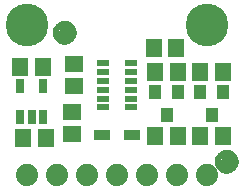
<source format=gbr>
G04 EAGLE Gerber RS-274X export*
G75*
%MOMM*%
%FSLAX34Y34*%
%LPD*%
%INSoldermask Top*%
%IPPOS*%
%AMOC8*
5,1,8,0,0,1.08239X$1,22.5*%
G01*
%ADD10R,1.101600X0.601600*%
%ADD11R,1.601600X1.401600*%
%ADD12R,1.401600X1.601600*%
%ADD13R,1.101600X1.301600*%
%ADD14R,0.651600X1.301600*%
%ADD15C,1.101600*%
%ADD16C,0.500000*%
%ADD17C,3.617600*%
%ADD18C,1.879600*%
%ADD19R,1.451600X0.901600*%


D10*
X113600Y82850D03*
X113600Y90350D03*
X113600Y97850D03*
X113600Y105350D03*
X113600Y112850D03*
X113600Y120350D03*
X89600Y120350D03*
X89600Y112850D03*
X89600Y105350D03*
X89600Y97850D03*
X89600Y90350D03*
X89600Y82850D03*
D11*
X63500Y79350D03*
X63500Y60350D03*
X64770Y119990D03*
X64770Y100990D03*
D12*
X134010Y58420D03*
X153010Y58420D03*
X191110Y58420D03*
X172110Y58420D03*
X151740Y133350D03*
X132740Y133350D03*
X19710Y116840D03*
X38710Y116840D03*
D13*
X143510Y76360D03*
X134010Y96360D03*
X153010Y96360D03*
X181610Y76360D03*
X172110Y96360D03*
X191110Y96360D03*
D12*
X172110Y113030D03*
X191110Y113030D03*
X134010Y113030D03*
X153010Y113030D03*
D14*
X19710Y74629D03*
X29210Y74629D03*
X38710Y74629D03*
X38710Y100631D03*
X19710Y100631D03*
D12*
X22250Y57150D03*
X41250Y57150D03*
D15*
X57150Y146050D03*
D16*
X57150Y153550D02*
X56969Y153548D01*
X56788Y153541D01*
X56607Y153530D01*
X56426Y153515D01*
X56246Y153495D01*
X56066Y153471D01*
X55887Y153443D01*
X55709Y153410D01*
X55532Y153373D01*
X55355Y153332D01*
X55180Y153287D01*
X55005Y153237D01*
X54832Y153183D01*
X54661Y153125D01*
X54490Y153063D01*
X54322Y152996D01*
X54155Y152926D01*
X53989Y152852D01*
X53826Y152773D01*
X53665Y152691D01*
X53505Y152605D01*
X53348Y152515D01*
X53193Y152421D01*
X53040Y152324D01*
X52890Y152222D01*
X52742Y152118D01*
X52596Y152009D01*
X52454Y151898D01*
X52314Y151782D01*
X52177Y151664D01*
X52042Y151542D01*
X51911Y151417D01*
X51783Y151289D01*
X51658Y151158D01*
X51536Y151023D01*
X51418Y150886D01*
X51302Y150746D01*
X51191Y150604D01*
X51082Y150458D01*
X50978Y150310D01*
X50876Y150160D01*
X50779Y150007D01*
X50685Y149852D01*
X50595Y149695D01*
X50509Y149535D01*
X50427Y149374D01*
X50348Y149211D01*
X50274Y149045D01*
X50204Y148878D01*
X50137Y148710D01*
X50075Y148539D01*
X50017Y148368D01*
X49963Y148195D01*
X49913Y148020D01*
X49868Y147845D01*
X49827Y147668D01*
X49790Y147491D01*
X49757Y147313D01*
X49729Y147134D01*
X49705Y146954D01*
X49685Y146774D01*
X49670Y146593D01*
X49659Y146412D01*
X49652Y146231D01*
X49650Y146050D01*
X57150Y153550D02*
X57331Y153548D01*
X57512Y153541D01*
X57693Y153530D01*
X57874Y153515D01*
X58054Y153495D01*
X58234Y153471D01*
X58413Y153443D01*
X58591Y153410D01*
X58768Y153373D01*
X58945Y153332D01*
X59120Y153287D01*
X59295Y153237D01*
X59468Y153183D01*
X59639Y153125D01*
X59810Y153063D01*
X59978Y152996D01*
X60145Y152926D01*
X60311Y152852D01*
X60474Y152773D01*
X60635Y152691D01*
X60795Y152605D01*
X60952Y152515D01*
X61107Y152421D01*
X61260Y152324D01*
X61410Y152222D01*
X61558Y152118D01*
X61704Y152009D01*
X61846Y151898D01*
X61986Y151782D01*
X62123Y151664D01*
X62258Y151542D01*
X62389Y151417D01*
X62517Y151289D01*
X62642Y151158D01*
X62764Y151023D01*
X62882Y150886D01*
X62998Y150746D01*
X63109Y150604D01*
X63218Y150458D01*
X63322Y150310D01*
X63424Y150160D01*
X63521Y150007D01*
X63615Y149852D01*
X63705Y149695D01*
X63791Y149535D01*
X63873Y149374D01*
X63952Y149211D01*
X64026Y149045D01*
X64096Y148878D01*
X64163Y148710D01*
X64225Y148539D01*
X64283Y148368D01*
X64337Y148195D01*
X64387Y148020D01*
X64432Y147845D01*
X64473Y147668D01*
X64510Y147491D01*
X64543Y147313D01*
X64571Y147134D01*
X64595Y146954D01*
X64615Y146774D01*
X64630Y146593D01*
X64641Y146412D01*
X64648Y146231D01*
X64650Y146050D01*
X64648Y145869D01*
X64641Y145688D01*
X64630Y145507D01*
X64615Y145326D01*
X64595Y145146D01*
X64571Y144966D01*
X64543Y144787D01*
X64510Y144609D01*
X64473Y144432D01*
X64432Y144255D01*
X64387Y144080D01*
X64337Y143905D01*
X64283Y143732D01*
X64225Y143561D01*
X64163Y143390D01*
X64096Y143222D01*
X64026Y143055D01*
X63952Y142889D01*
X63873Y142726D01*
X63791Y142565D01*
X63705Y142405D01*
X63615Y142248D01*
X63521Y142093D01*
X63424Y141940D01*
X63322Y141790D01*
X63218Y141642D01*
X63109Y141496D01*
X62998Y141354D01*
X62882Y141214D01*
X62764Y141077D01*
X62642Y140942D01*
X62517Y140811D01*
X62389Y140683D01*
X62258Y140558D01*
X62123Y140436D01*
X61986Y140318D01*
X61846Y140202D01*
X61704Y140091D01*
X61558Y139982D01*
X61410Y139878D01*
X61260Y139776D01*
X61107Y139679D01*
X60952Y139585D01*
X60795Y139495D01*
X60635Y139409D01*
X60474Y139327D01*
X60311Y139248D01*
X60145Y139174D01*
X59978Y139104D01*
X59810Y139037D01*
X59639Y138975D01*
X59468Y138917D01*
X59295Y138863D01*
X59120Y138813D01*
X58945Y138768D01*
X58768Y138727D01*
X58591Y138690D01*
X58413Y138657D01*
X58234Y138629D01*
X58054Y138605D01*
X57874Y138585D01*
X57693Y138570D01*
X57512Y138559D01*
X57331Y138552D01*
X57150Y138550D01*
X56969Y138552D01*
X56788Y138559D01*
X56607Y138570D01*
X56426Y138585D01*
X56246Y138605D01*
X56066Y138629D01*
X55887Y138657D01*
X55709Y138690D01*
X55532Y138727D01*
X55355Y138768D01*
X55180Y138813D01*
X55005Y138863D01*
X54832Y138917D01*
X54661Y138975D01*
X54490Y139037D01*
X54322Y139104D01*
X54155Y139174D01*
X53989Y139248D01*
X53826Y139327D01*
X53665Y139409D01*
X53505Y139495D01*
X53348Y139585D01*
X53193Y139679D01*
X53040Y139776D01*
X52890Y139878D01*
X52742Y139982D01*
X52596Y140091D01*
X52454Y140202D01*
X52314Y140318D01*
X52177Y140436D01*
X52042Y140558D01*
X51911Y140683D01*
X51783Y140811D01*
X51658Y140942D01*
X51536Y141077D01*
X51418Y141214D01*
X51302Y141354D01*
X51191Y141496D01*
X51082Y141642D01*
X50978Y141790D01*
X50876Y141940D01*
X50779Y142093D01*
X50685Y142248D01*
X50595Y142405D01*
X50509Y142565D01*
X50427Y142726D01*
X50348Y142889D01*
X50274Y143055D01*
X50204Y143222D01*
X50137Y143390D01*
X50075Y143561D01*
X50017Y143732D01*
X49963Y143905D01*
X49913Y144080D01*
X49868Y144255D01*
X49827Y144432D01*
X49790Y144609D01*
X49757Y144787D01*
X49729Y144966D01*
X49705Y145146D01*
X49685Y145326D01*
X49670Y145507D01*
X49659Y145688D01*
X49652Y145869D01*
X49650Y146050D01*
D15*
X194310Y36830D03*
D16*
X194310Y44330D02*
X194129Y44328D01*
X193948Y44321D01*
X193767Y44310D01*
X193586Y44295D01*
X193406Y44275D01*
X193226Y44251D01*
X193047Y44223D01*
X192869Y44190D01*
X192692Y44153D01*
X192515Y44112D01*
X192340Y44067D01*
X192165Y44017D01*
X191992Y43963D01*
X191821Y43905D01*
X191650Y43843D01*
X191482Y43776D01*
X191315Y43706D01*
X191149Y43632D01*
X190986Y43553D01*
X190825Y43471D01*
X190665Y43385D01*
X190508Y43295D01*
X190353Y43201D01*
X190200Y43104D01*
X190050Y43002D01*
X189902Y42898D01*
X189756Y42789D01*
X189614Y42678D01*
X189474Y42562D01*
X189337Y42444D01*
X189202Y42322D01*
X189071Y42197D01*
X188943Y42069D01*
X188818Y41938D01*
X188696Y41803D01*
X188578Y41666D01*
X188462Y41526D01*
X188351Y41384D01*
X188242Y41238D01*
X188138Y41090D01*
X188036Y40940D01*
X187939Y40787D01*
X187845Y40632D01*
X187755Y40475D01*
X187669Y40315D01*
X187587Y40154D01*
X187508Y39991D01*
X187434Y39825D01*
X187364Y39658D01*
X187297Y39490D01*
X187235Y39319D01*
X187177Y39148D01*
X187123Y38975D01*
X187073Y38800D01*
X187028Y38625D01*
X186987Y38448D01*
X186950Y38271D01*
X186917Y38093D01*
X186889Y37914D01*
X186865Y37734D01*
X186845Y37554D01*
X186830Y37373D01*
X186819Y37192D01*
X186812Y37011D01*
X186810Y36830D01*
X194310Y44330D02*
X194491Y44328D01*
X194672Y44321D01*
X194853Y44310D01*
X195034Y44295D01*
X195214Y44275D01*
X195394Y44251D01*
X195573Y44223D01*
X195751Y44190D01*
X195928Y44153D01*
X196105Y44112D01*
X196280Y44067D01*
X196455Y44017D01*
X196628Y43963D01*
X196799Y43905D01*
X196970Y43843D01*
X197138Y43776D01*
X197305Y43706D01*
X197471Y43632D01*
X197634Y43553D01*
X197795Y43471D01*
X197955Y43385D01*
X198112Y43295D01*
X198267Y43201D01*
X198420Y43104D01*
X198570Y43002D01*
X198718Y42898D01*
X198864Y42789D01*
X199006Y42678D01*
X199146Y42562D01*
X199283Y42444D01*
X199418Y42322D01*
X199549Y42197D01*
X199677Y42069D01*
X199802Y41938D01*
X199924Y41803D01*
X200042Y41666D01*
X200158Y41526D01*
X200269Y41384D01*
X200378Y41238D01*
X200482Y41090D01*
X200584Y40940D01*
X200681Y40787D01*
X200775Y40632D01*
X200865Y40475D01*
X200951Y40315D01*
X201033Y40154D01*
X201112Y39991D01*
X201186Y39825D01*
X201256Y39658D01*
X201323Y39490D01*
X201385Y39319D01*
X201443Y39148D01*
X201497Y38975D01*
X201547Y38800D01*
X201592Y38625D01*
X201633Y38448D01*
X201670Y38271D01*
X201703Y38093D01*
X201731Y37914D01*
X201755Y37734D01*
X201775Y37554D01*
X201790Y37373D01*
X201801Y37192D01*
X201808Y37011D01*
X201810Y36830D01*
X201808Y36649D01*
X201801Y36468D01*
X201790Y36287D01*
X201775Y36106D01*
X201755Y35926D01*
X201731Y35746D01*
X201703Y35567D01*
X201670Y35389D01*
X201633Y35212D01*
X201592Y35035D01*
X201547Y34860D01*
X201497Y34685D01*
X201443Y34512D01*
X201385Y34341D01*
X201323Y34170D01*
X201256Y34002D01*
X201186Y33835D01*
X201112Y33669D01*
X201033Y33506D01*
X200951Y33345D01*
X200865Y33185D01*
X200775Y33028D01*
X200681Y32873D01*
X200584Y32720D01*
X200482Y32570D01*
X200378Y32422D01*
X200269Y32276D01*
X200158Y32134D01*
X200042Y31994D01*
X199924Y31857D01*
X199802Y31722D01*
X199677Y31591D01*
X199549Y31463D01*
X199418Y31338D01*
X199283Y31216D01*
X199146Y31098D01*
X199006Y30982D01*
X198864Y30871D01*
X198718Y30762D01*
X198570Y30658D01*
X198420Y30556D01*
X198267Y30459D01*
X198112Y30365D01*
X197955Y30275D01*
X197795Y30189D01*
X197634Y30107D01*
X197471Y30028D01*
X197305Y29954D01*
X197138Y29884D01*
X196970Y29817D01*
X196799Y29755D01*
X196628Y29697D01*
X196455Y29643D01*
X196280Y29593D01*
X196105Y29548D01*
X195928Y29507D01*
X195751Y29470D01*
X195573Y29437D01*
X195394Y29409D01*
X195214Y29385D01*
X195034Y29365D01*
X194853Y29350D01*
X194672Y29339D01*
X194491Y29332D01*
X194310Y29330D01*
X194129Y29332D01*
X193948Y29339D01*
X193767Y29350D01*
X193586Y29365D01*
X193406Y29385D01*
X193226Y29409D01*
X193047Y29437D01*
X192869Y29470D01*
X192692Y29507D01*
X192515Y29548D01*
X192340Y29593D01*
X192165Y29643D01*
X191992Y29697D01*
X191821Y29755D01*
X191650Y29817D01*
X191482Y29884D01*
X191315Y29954D01*
X191149Y30028D01*
X190986Y30107D01*
X190825Y30189D01*
X190665Y30275D01*
X190508Y30365D01*
X190353Y30459D01*
X190200Y30556D01*
X190050Y30658D01*
X189902Y30762D01*
X189756Y30871D01*
X189614Y30982D01*
X189474Y31098D01*
X189337Y31216D01*
X189202Y31338D01*
X189071Y31463D01*
X188943Y31591D01*
X188818Y31722D01*
X188696Y31857D01*
X188578Y31994D01*
X188462Y32134D01*
X188351Y32276D01*
X188242Y32422D01*
X188138Y32570D01*
X188036Y32720D01*
X187939Y32873D01*
X187845Y33028D01*
X187755Y33185D01*
X187669Y33345D01*
X187587Y33506D01*
X187508Y33669D01*
X187434Y33835D01*
X187364Y34002D01*
X187297Y34170D01*
X187235Y34341D01*
X187177Y34512D01*
X187123Y34685D01*
X187073Y34860D01*
X187028Y35035D01*
X186987Y35212D01*
X186950Y35389D01*
X186917Y35567D01*
X186889Y35746D01*
X186865Y35926D01*
X186845Y36106D01*
X186830Y36287D01*
X186819Y36468D01*
X186812Y36649D01*
X186810Y36830D01*
D17*
X177800Y152400D03*
X25400Y152400D03*
D18*
X177800Y25400D03*
X152400Y25400D03*
X127000Y25400D03*
X101600Y25400D03*
X76200Y25400D03*
X50800Y25400D03*
X25400Y25400D03*
D19*
X114300Y59690D03*
X88900Y59690D03*
M02*

</source>
